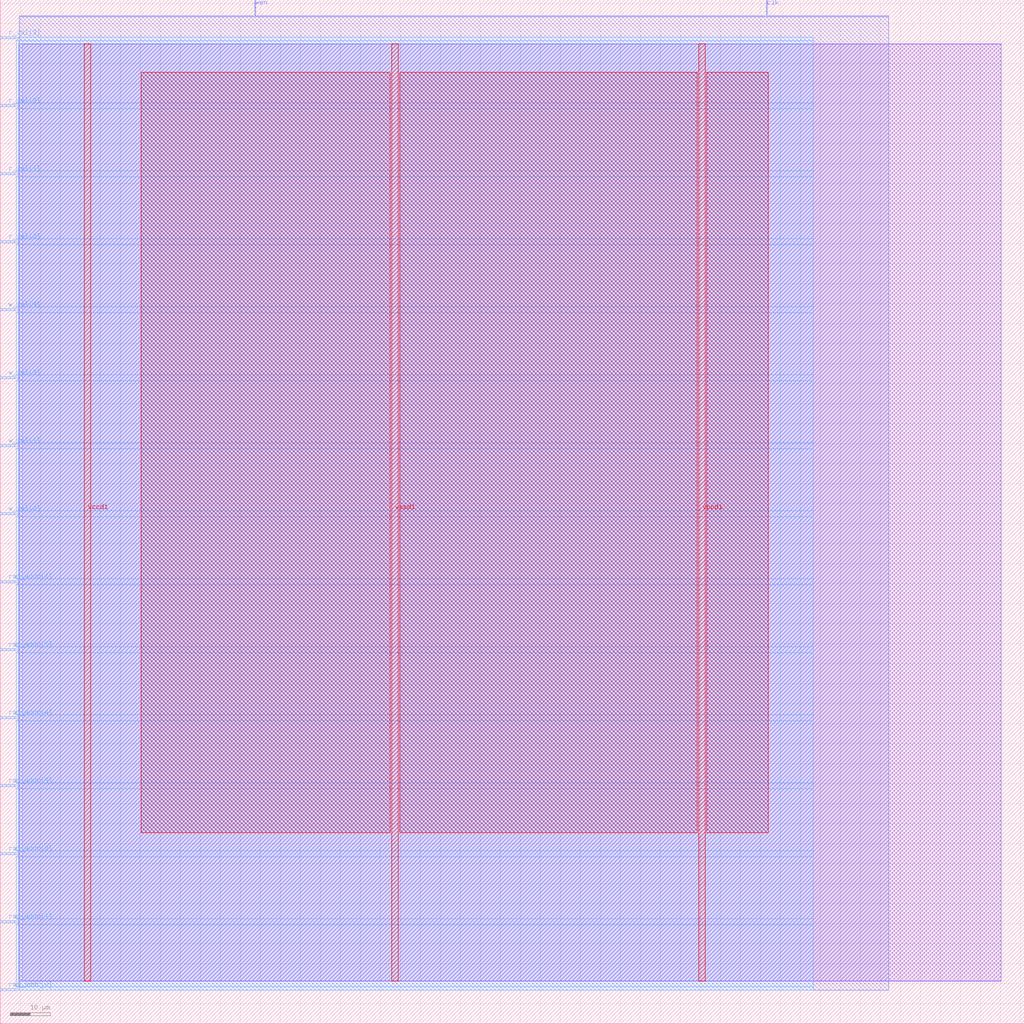
<source format=lef>
VERSION 5.7 ;
  NOWIREEXTENSIONATPIN ON ;
  DIVIDERCHAR "/" ;
  BUSBITCHARS "[]" ;
MACRO tms1x00_ram
  CLASS BLOCK ;
  FOREIGN tms1x00_ram ;
  ORIGIN 0.000 0.000 ;
  SIZE 256.000 BY 256.000 ;
  PIN clk
    DIRECTION INPUT ;
    USE SIGNAL ;
    PORT
      LAYER met2 ;
        RECT 191.450 252.000 191.730 256.000 ;
    END
  END clk
  PIN r_val[0]
    DIRECTION OUTPUT TRISTATE ;
    USE SIGNAL ;
    PORT
      LAYER met3 ;
        RECT 0.000 195.200 4.000 195.800 ;
    END
  END r_val[0]
  PIN r_val[1]
    DIRECTION OUTPUT TRISTATE ;
    USE SIGNAL ;
    PORT
      LAYER met3 ;
        RECT 0.000 212.200 4.000 212.800 ;
    END
  END r_val[1]
  PIN r_val[2]
    DIRECTION OUTPUT TRISTATE ;
    USE SIGNAL ;
    PORT
      LAYER met3 ;
        RECT 0.000 229.200 4.000 229.800 ;
    END
  END r_val[2]
  PIN r_val[3]
    DIRECTION OUTPUT TRISTATE ;
    USE SIGNAL ;
    PORT
      LAYER met3 ;
        RECT 0.000 246.200 4.000 246.800 ;
    END
  END r_val[3]
  PIN ram_addr[0]
    DIRECTION INPUT ;
    USE SIGNAL ;
    PORT
      LAYER met3 ;
        RECT 0.000 8.200 4.000 8.800 ;
    END
  END ram_addr[0]
  PIN ram_addr[1]
    DIRECTION INPUT ;
    USE SIGNAL ;
    PORT
      LAYER met3 ;
        RECT 0.000 25.200 4.000 25.800 ;
    END
  END ram_addr[1]
  PIN ram_addr[2]
    DIRECTION INPUT ;
    USE SIGNAL ;
    PORT
      LAYER met3 ;
        RECT 0.000 42.200 4.000 42.800 ;
    END
  END ram_addr[2]
  PIN ram_addr[3]
    DIRECTION INPUT ;
    USE SIGNAL ;
    PORT
      LAYER met3 ;
        RECT 0.000 59.200 4.000 59.800 ;
    END
  END ram_addr[3]
  PIN ram_addr[4]
    DIRECTION INPUT ;
    USE SIGNAL ;
    PORT
      LAYER met3 ;
        RECT 0.000 76.200 4.000 76.800 ;
    END
  END ram_addr[4]
  PIN ram_addr[5]
    DIRECTION INPUT ;
    USE SIGNAL ;
    PORT
      LAYER met3 ;
        RECT 0.000 93.200 4.000 93.800 ;
    END
  END ram_addr[5]
  PIN ram_addr[6]
    DIRECTION INPUT ;
    USE SIGNAL ;
    PORT
      LAYER met3 ;
        RECT 0.000 110.200 4.000 110.800 ;
    END
  END ram_addr[6]
  PIN vccd1
    DIRECTION INOUT ;
    USE POWER ;
    PORT
      LAYER met4 ;
        RECT 21.040 10.640 22.640 245.040 ;
    END
    PORT
      LAYER met4 ;
        RECT 174.640 10.640 176.240 245.040 ;
    END
  END vccd1
  PIN vssd1
    DIRECTION INOUT ;
    USE GROUND ;
    PORT
      LAYER met4 ;
        RECT 97.840 10.640 99.440 245.040 ;
    END
  END vssd1
  PIN w_val[0]
    DIRECTION INPUT ;
    USE SIGNAL ;
    PORT
      LAYER met3 ;
        RECT 0.000 127.200 4.000 127.800 ;
    END
  END w_val[0]
  PIN w_val[1]
    DIRECTION INPUT ;
    USE SIGNAL ;
    PORT
      LAYER met3 ;
        RECT 0.000 144.200 4.000 144.800 ;
    END
  END w_val[1]
  PIN w_val[2]
    DIRECTION INPUT ;
    USE SIGNAL ;
    PORT
      LAYER met3 ;
        RECT 0.000 161.200 4.000 161.800 ;
    END
  END w_val[2]
  PIN w_val[3]
    DIRECTION INPUT ;
    USE SIGNAL ;
    PORT
      LAYER met3 ;
        RECT 0.000 178.200 4.000 178.800 ;
    END
  END w_val[3]
  PIN wen
    DIRECTION INPUT ;
    USE SIGNAL ;
    PORT
      LAYER met2 ;
        RECT 63.570 252.000 63.850 256.000 ;
    END
  END wen
  OBS
      LAYER li1 ;
        RECT 5.520 10.795 250.240 244.885 ;
      LAYER met1 ;
        RECT 4.670 10.640 250.240 245.040 ;
      LAYER met2 ;
        RECT 4.690 251.720 63.290 252.000 ;
        RECT 64.130 251.720 191.170 252.000 ;
        RECT 192.010 251.720 222.080 252.000 ;
        RECT 4.690 8.315 222.080 251.720 ;
      LAYER met3 ;
        RECT 4.400 245.800 203.255 246.665 ;
        RECT 4.000 230.200 203.255 245.800 ;
        RECT 4.400 228.800 203.255 230.200 ;
        RECT 4.000 213.200 203.255 228.800 ;
        RECT 4.400 211.800 203.255 213.200 ;
        RECT 4.000 196.200 203.255 211.800 ;
        RECT 4.400 194.800 203.255 196.200 ;
        RECT 4.000 179.200 203.255 194.800 ;
        RECT 4.400 177.800 203.255 179.200 ;
        RECT 4.000 162.200 203.255 177.800 ;
        RECT 4.400 160.800 203.255 162.200 ;
        RECT 4.000 145.200 203.255 160.800 ;
        RECT 4.400 143.800 203.255 145.200 ;
        RECT 4.000 128.200 203.255 143.800 ;
        RECT 4.400 126.800 203.255 128.200 ;
        RECT 4.000 111.200 203.255 126.800 ;
        RECT 4.400 109.800 203.255 111.200 ;
        RECT 4.000 94.200 203.255 109.800 ;
        RECT 4.400 92.800 203.255 94.200 ;
        RECT 4.000 77.200 203.255 92.800 ;
        RECT 4.400 75.800 203.255 77.200 ;
        RECT 4.000 60.200 203.255 75.800 ;
        RECT 4.400 58.800 203.255 60.200 ;
        RECT 4.000 43.200 203.255 58.800 ;
        RECT 4.400 41.800 203.255 43.200 ;
        RECT 4.000 26.200 203.255 41.800 ;
        RECT 4.400 24.800 203.255 26.200 ;
        RECT 4.000 9.200 203.255 24.800 ;
        RECT 4.400 8.335 203.255 9.200 ;
      LAYER met4 ;
        RECT 35.255 47.775 97.440 237.825 ;
        RECT 99.840 47.775 174.240 237.825 ;
        RECT 176.640 47.775 191.985 237.825 ;
  END
END tms1x00_ram
END LIBRARY


</source>
